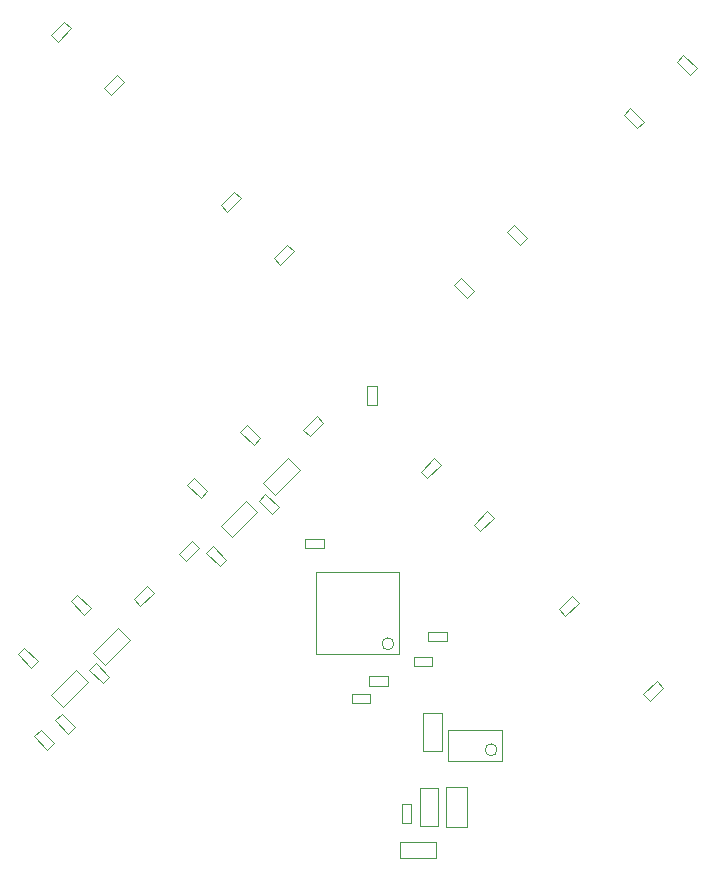
<source format=gbr>
%TF.GenerationSoftware,Altium Limited,Altium Designer,20.1.8 (145)*%
G04 Layer_Color=32768*
%FSLAX45Y45*%
%MOMM*%
%TF.SameCoordinates,5961E689-EF10-4C47-967A-3E799B42680D*%
%TF.FilePolarity,Positive*%
%TF.FileFunction,Other,Bottom_Assembly*%
%TF.Part,Single*%
G01*
G75*
%TA.AperFunction,NonConductor*%
%ADD80C,0.10000*%
D80*
X309979Y-2390516D02*
G03*
X309979Y-2390516I-50000J0D01*
G01*
X1183929Y-3287817D02*
G03*
X1183929Y-3287817I-50000J0D01*
G01*
X-443254Y-1580664D02*
X-283253D01*
X-443254Y-1500664D02*
X-283253D01*
X-443254Y-1580664D02*
Y-1500664D01*
X-283253Y-1580664D02*
Y-1500664D01*
X97978Y-2667709D02*
X257979D01*
X97978Y-2747709D02*
X257979D01*
Y-2667709D01*
X97978Y-2747709D02*
Y-2667709D01*
X476969Y-2503016D02*
X636970D01*
X476969Y-2583015D02*
X636970D01*
Y-2503016D01*
X476969Y-2583015D02*
Y-2503016D01*
X-350021Y-2480516D02*
X349979D01*
X-350021Y-1780516D02*
X349979D01*
Y-2480516D02*
Y-1780516D01*
X-350021Y-2480516D02*
Y-1780516D01*
X-47521Y-2815167D02*
X112480D01*
X-47521Y-2895167D02*
Y-2815167D01*
X112480Y-2895167D02*
Y-2815167D01*
X-47521Y-2895167D02*
X112480D01*
X597989Y-2290516D02*
X757989D01*
X597989Y-2370516D02*
Y-2290516D01*
X757989Y-2370516D02*
Y-2290516D01*
X597989Y-2370516D02*
X757989D01*
X753849Y-3939807D02*
X933849D01*
X753849Y-3599808D02*
X933849D01*
Y-3939807D02*
Y-3599808D01*
X753849Y-3939807D02*
Y-3599808D01*
X528271Y-3930807D02*
X688271Y-3930808D01*
X528271Y-3610808D02*
X688271D01*
Y-3930808D02*
Y-3610808D01*
X528271Y-3930807D02*
Y-3610808D01*
X768929Y-3382817D02*
Y-3122817D01*
X1228929Y-3382817D02*
Y-3122817D01*
X768929D02*
X1228929D01*
X768929Y-3382817D02*
X1228929D01*
X363271Y-4068611D02*
X663271D01*
X363271Y-4208611D02*
X663271D01*
X363271D02*
Y-4068611D01*
X663271Y-4208611D02*
Y-4068611D01*
X-2493258Y-2927422D02*
X-2281127Y-2715290D01*
X-2592253Y-2828427D02*
X-2380121Y-2616295D01*
X-2281127Y-2715290D01*
X-2592253Y-2828427D02*
X-2493258Y-2927422D01*
X-2134048Y-2568212D02*
X-1921916Y-2356080D01*
X-2233043Y-2469217D02*
X-2020911Y-2257085D01*
X-1921916Y-2356080D01*
X-2233043Y-2469217D02*
X-2134048Y-2568212D01*
X-1056417Y-1490581D02*
X-844286Y-1278449D01*
X-1155412Y-1391586D02*
X-943281Y-1179454D01*
X-844286Y-1278449D01*
X-1155412Y-1391586D02*
X-1056417Y-1490581D01*
X-697207Y-1131371D02*
X-485075Y-919239D01*
X-796202Y-1032376D02*
X-584070Y-820244D01*
X-485075Y-919239D01*
X-796202Y-1032376D02*
X-697207Y-1131371D01*
X-650538Y819537D02*
X-537401Y932674D01*
X-593970Y989243D02*
X-537401Y932674D01*
X-707107Y876105D02*
X-650538Y819537D01*
X-707107Y876105D02*
X-593970Y989243D01*
X-1156120Y1325118D02*
X-1042982Y1438255D01*
X-1156120Y1325118D02*
X-1099551Y1268550D01*
X-1042982Y1438255D02*
X-986414Y1381687D01*
X-1099551Y1268550D02*
X-986414Y1381687D01*
X-2087379Y2256378D02*
X-1974242Y2369515D01*
X-2030811Y2426084D02*
X-1974242Y2369515D01*
X-2143948Y2312946D02*
X-2087379Y2256378D01*
X-2143948Y2312946D02*
X-2030811Y2426084D01*
X-2592961Y2761959D02*
X-2479824Y2875096D01*
X-2592961Y2761959D02*
X-2536392Y2705391D01*
X-2479824Y2875096D02*
X-2423255Y2818528D01*
X-2536392Y2705391D02*
X-2423255Y2818528D01*
X819537Y650538D02*
X932674Y537401D01*
X989243Y593970D01*
X819537Y650538D02*
X876105Y707107D01*
X989243Y593970D01*
X1325118Y1156120D02*
X1438255Y1042982D01*
X1268550Y1099551D02*
X1325118Y1156120D01*
X1381687Y986414D02*
X1438255Y1042982D01*
X1268550Y1099551D02*
X1381687Y986414D01*
X2256378Y2087379D02*
X2369515Y1974242D01*
X2426084Y2030811D01*
X2256378Y2087379D02*
X2312946Y2143948D01*
X2426084Y2030811D01*
X2761959Y2592961D02*
X2875096Y2479824D01*
X2705391Y2536392D02*
X2761959Y2592961D01*
X2818528Y2423255D02*
X2875096Y2479824D01*
X2705391Y2536392D02*
X2818528Y2423255D01*
X537401Y-932674D02*
X650538Y-819537D01*
X537401Y-932674D02*
X593970Y-989243D01*
X650538Y-819537D02*
X707107Y-876105D01*
X593970Y-989243D02*
X707107Y-876105D01*
X1042982Y-1438255D02*
X1156120Y-1325118D01*
X1099551Y-1268550D02*
X1156120Y-1325118D01*
X986414Y-1381687D02*
X1042982Y-1438255D01*
X986414Y-1381687D02*
X1099551Y-1268550D01*
X2423255Y-2818528D02*
X2536392Y-2705391D01*
X2423255Y-2818528D02*
X2479824Y-2875096D01*
X2536392Y-2705391D02*
X2592961Y-2761959D01*
X2479824Y-2875096D02*
X2592961Y-2761959D01*
X-989243Y-593970D02*
X-876105Y-707107D01*
X-819537Y-650538D01*
X-989243Y-593970D02*
X-932674Y-537401D01*
X-819537Y-650538D01*
X-1381687Y-986414D02*
X-1268550Y-1099551D01*
X-1438255Y-1042982D02*
X-1381687Y-986414D01*
X-1325118Y-1156120D02*
X-1268550Y-1099551D01*
X-1438255Y-1042982D02*
X-1325118Y-1156120D01*
X-2426084Y-2030811D02*
X-2312946Y-2143948D01*
X-2256378Y-2087379D01*
X-2426084Y-2030811D02*
X-2369515Y-1974242D01*
X-2256378Y-2087379D01*
X-2818528Y-2423255D02*
X-2705391Y-2536392D01*
X-2875096Y-2479824D02*
X-2818528Y-2423255D01*
X-2761959Y-2592961D02*
X-2705391Y-2536392D01*
X-2875096Y-2479824D02*
X-2761959Y-2592961D01*
X167000Y-368400D02*
Y-208400D01*
X87000D02*
X167000D01*
X87000Y-368400D02*
X167000D01*
X87000D02*
Y-208400D01*
X1704835Y-2100107D02*
X1817972Y-1986970D01*
X1704835Y-2100107D02*
X1761403Y-2156676D01*
X1817972Y-1986970D02*
X1874540Y-2043539D01*
X1761403Y-2156676D02*
X1874540Y-2043539D01*
X-399091Y-635265D02*
X-285954Y-522128D01*
X-342523Y-465559D02*
X-285954Y-522128D01*
X-455660Y-578696D02*
X-399091Y-635265D01*
X-455660Y-578696D02*
X-342523Y-465559D01*
X-1453529Y-1689702D02*
X-1340392Y-1576565D01*
X-1396961Y-1519997D02*
X-1340392Y-1576565D01*
X-1510098Y-1633134D02*
X-1453529Y-1689702D01*
X-1510098Y-1633134D02*
X-1396961Y-1519997D01*
X-1835932Y-2072106D02*
X-1722795Y-1958969D01*
X-1779363Y-1902400D02*
X-1722795Y-1958969D01*
X-1892501Y-2015537D02*
X-1835932Y-2072106D01*
X-1892501Y-2015537D02*
X-1779363Y-1902400D01*
X-2679793Y-3118766D02*
X-2566656Y-3231903D01*
X-2736361Y-3175335D02*
X-2679793Y-3118766D01*
X-2623224Y-3288472D02*
X-2566656Y-3231903D01*
X-2736361Y-3175335D02*
X-2623224Y-3288472D01*
X378271Y-3745597D02*
X378271Y-3905597D01*
X458271D01*
X378271Y-3745597D02*
X458271D01*
X458271Y-3905597D02*
X458271Y-3745597D01*
X720696Y-3295913D02*
Y-2975913D01*
X560696Y-3295913D02*
Y-2975913D01*
Y-3295913D02*
X720696D01*
X560696Y-2975913D02*
X720696D01*
X-2268787Y-2613781D02*
X-2212219Y-2557213D01*
X-2155650Y-2726918D02*
X-2099082Y-2670350D01*
X-2268787Y-2613781D02*
X-2155650Y-2726918D01*
X-2212219Y-2557213D02*
X-2099082Y-2670350D01*
X-1278187Y-1623181D02*
X-1221619Y-1566613D01*
X-1165050Y-1736318D02*
X-1108482Y-1679750D01*
X-1278187Y-1623181D02*
X-1165050Y-1736318D01*
X-1221619Y-1566613D02*
X-1108482Y-1679750D01*
X-833687Y-1178681D02*
X-777119Y-1122113D01*
X-720550Y-1291818D02*
X-663982Y-1235250D01*
X-833687Y-1178681D02*
X-720550Y-1291818D01*
X-777119Y-1122113D02*
X-663982Y-1235250D01*
X-2558454Y-3038579D02*
X-2501885Y-2982011D01*
X-2445316Y-3151716D02*
X-2388748Y-3095148D01*
X-2558454Y-3038579D02*
X-2445316Y-3151716D01*
X-2501885Y-2982011D02*
X-2388748Y-3095148D01*
%TF.MD5,2a1ddaae14968cc1ac0cb2956d27c2eb*%
M02*

</source>
